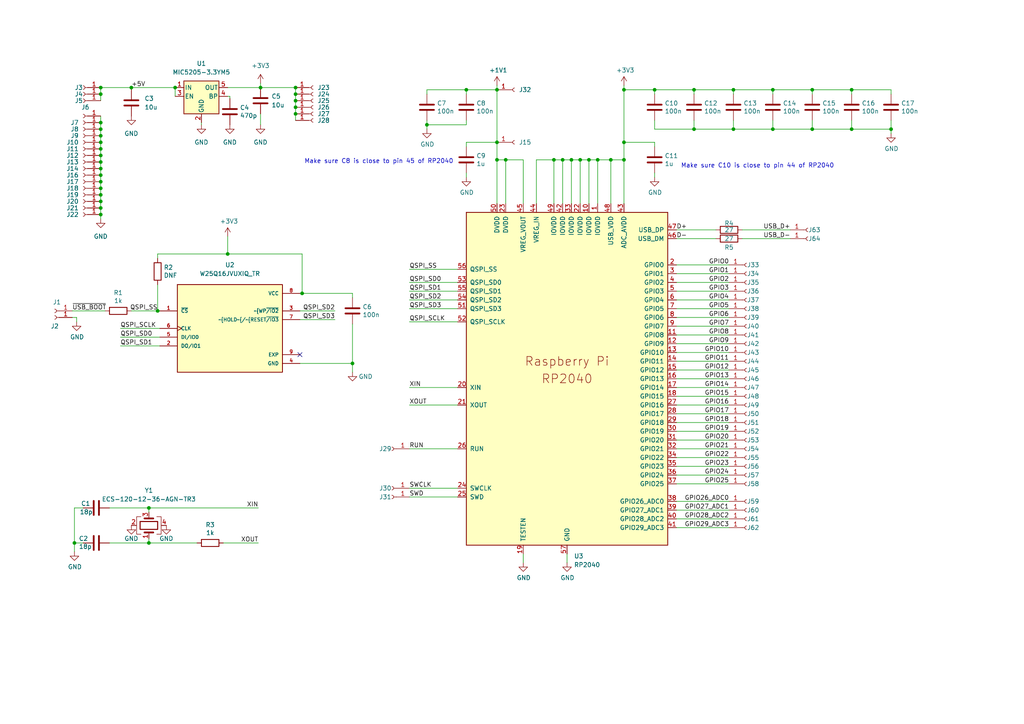
<source format=kicad_sch>
(kicad_sch (version 20211123) (generator eeschema)
  (paper "A4")
  (lib_symbols
    (symbol "Connector:Conn_01x01_Female" (pin_names (offset 1.016) hide)
      (property "Reference" "J" (at 0 2.54 0))
      (property "Value" "Conn_01x01_Female" (at 0 -2.54 0))
      (symbol "Conn_01x01_Female_1_1"
        (polyline (pts (xy -1.27 0) (xy -0.508 0)) (stroke (width 0.1524)))
        (arc (start 0 0.508) (mid -0.508 0) (end 0 -0.508) (stroke (width 0.1524)))
        (pin passive line (at -5.08 0 0) (length 3.81) (name "Pin_1") (number "1"))
      )
    )
    (symbol "Device:C" (pin_numbers hide) (pin_names (offset 0.254))
      (property "Reference" "C" (at 0.635 2.54 0))
      (property "Value" "C" (at 0.635 -2.54 0))
      (symbol "C_0_1"
        (polyline (pts (xy -2.032 -0.762) (xy 2.032 -0.762)) (stroke (width 0.508)))
        (polyline (pts (xy -2.032 0.762) (xy 2.032 0.762)) (stroke (width 0.508)))
      )
      (symbol "C_1_1"
        (pin passive line (at 0 3.81 270) (length 2.794) (name "~") (number "1"))
        (pin passive line (at 0 -3.81 90) (length 2.794) (name "~") (number "2"))
      )
    )
    (symbol "Device:Crystal_GND24" (pin_names (offset 1.016) hide)
      (property "Reference" "Y" (at 3.175 5.08 0))
      (property "Value" "Crystal_GND24" (at 3.175 3.175 0))
      (symbol "Crystal_GND24_0_1"
        (rectangle (start -1.143 2.54) (end 1.143 -2.54) (stroke (width 0.3048)))
        (polyline (pts (xy -2.54 0) (xy -2.032 0)))
        (polyline (pts (xy -2.032 -1.27) (xy -2.032 1.27)) (stroke (width 0.508)))
        (polyline (pts (xy 0 -3.81) (xy 0 -3.556)))
        (polyline (pts (xy 0 3.556) (xy 0 3.81)))
        (polyline (pts (xy 2.032 -1.27) (xy 2.032 1.27)) (stroke (width 0.508)))
        (polyline (pts (xy 2.032 0) (xy 2.54 0)))
        (polyline (pts (xy -2.54 -2.286) (xy -2.54 -3.556) (xy 2.54 -3.556) (xy 2.54 -2.286)))
        (polyline (pts (xy -2.54 2.286) (xy -2.54 3.556) (xy 2.54 3.556) (xy 2.54 2.286)))
      )
      (symbol "Crystal_GND24_1_1"
        (pin passive line (at -3.81 0 0) (length 1.27) (name "1") (number "1"))
        (pin passive line (at 0 5.08 270) (length 1.27) (name "2") (number "2"))
        (pin passive line (at 3.81 0 180) (length 1.27) (name "3") (number "3"))
        (pin passive line (at 0 -5.08 90) (length 1.27) (name "4") (number "4"))
      )
    )
    (symbol "Device:R" (pin_numbers hide) (pin_names (offset 0))
      (property "Reference" "R" (at 2.032 0 90))
      (property "Value" "R" (at 0 0 90))
      (symbol "R_0_1"
        (rectangle (start -1.016 -2.54) (end 1.016 2.54) (stroke (width 0.254)))
      )
      (symbol "R_1_1"
        (pin passive line (at 0 3.81 270) (length 1.27) (name "~") (number "1"))
        (pin passive line (at 0 -3.81 90) (length 1.27) (name "~") (number "2"))
      )
    )
    (symbol "MCU_RaspberryPi_RP2040:RP2040" (pin_names (offset 1.016))
      (property "Reference" "U" (at -29.21 49.53 0))
      (property "Value" "RP2040" (at 24.13 -49.53 0))
      (symbol "RP2040_0_0"
        (text "Raspberry Pi" (at 0 5.08 0) (effects (font (size 2.54 2.54))))
        (text "RP2040" (at 0 0 0) (effects (font (size 2.54 2.54))))
      )
      (symbol "RP2040_0_1"
        (rectangle (start 29.21 48.26) (end -29.21 -48.26) (stroke (width 0.254)) (fill (type background)))
      )
      (symbol "RP2040_1_1"
        (pin power_in line (at 8.89 50.8 270) (length 2.54) (name "IOVDD") (number "1"))
        (pin power_in line (at 6.35 50.8 270) (length 2.54) (name "IOVDD") (number "10"))
        (pin bidirectional line (at 31.75 12.7 180) (length 2.54) (name "GPIO8") (number "11"))
        (pin bidirectional line (at 31.75 10.16 180) (length 2.54) (name "GPIO9") (number "12"))
        (pin bidirectional line (at 31.75 7.62 180) (length 2.54) (name "GPIO10") (number "13"))
        (pin bidirectional line (at 31.75 5.08 180) (length 2.54) (name "GPIO11") (number "14"))
        (pin bidirectional line (at 31.75 2.54 180) (length 2.54) (name "GPIO12") (number "15"))
        (pin bidirectional line (at 31.75 0 180) (length 2.54) (name "GPIO13") (number "16"))
        (pin bidirectional line (at 31.75 -2.54 180) (length 2.54) (name "GPIO14") (number "17"))
        (pin bidirectional line (at 31.75 -5.08 180) (length 2.54) (name "GPIO15") (number "18"))
        (pin passive line (at -12.7 -50.8 90) (length 2.54) (name "TESTEN") (number "19"))
        (pin bidirectional line (at 31.75 33.02 180) (length 2.54) (name "GPIO0") (number "2"))
        (pin input line (at -31.75 -2.54 0) (length 2.54) (name "XIN") (number "20"))
        (pin passive line (at -31.75 -7.62 0) (length 2.54) (name "XOUT") (number "21"))
        (pin power_in line (at 3.81 50.8 270) (length 2.54) (name "IOVDD") (number "22"))
        (pin power_in line (at -17.78 50.8 270) (length 2.54) (name "DVDD") (number "23"))
        (pin output line (at -31.75 -31.75 0) (length 2.54) (name "SWCLK") (number "24"))
        (pin bidirectional line (at -31.75 -34.29 0) (length 2.54) (name "SWD") (number "25"))
        (pin input line (at -31.75 -20.32 0) (length 2.54) (name "RUN") (number "26"))
        (pin bidirectional line (at 31.75 -7.62 180) (length 2.54) (name "GPIO16") (number "27"))
        (pin bidirectional line (at 31.75 -10.16 180) (length 2.54) (name "GPIO17") (number "28"))
        (pin bidirectional line (at 31.75 -12.7 180) (length 2.54) (name "GPIO18") (number "29"))
        (pin bidirectional line (at 31.75 30.48 180) (length 2.54) (name "GPIO1") (number "3"))
        (pin bidirectional line (at 31.75 -15.24 180) (length 2.54) (name "GPIO19") (number "30"))
        (pin bidirectional line (at 31.75 -17.78 180) (length 2.54) (name "GPIO20") (number "31"))
        (pin bidirectional line (at 31.75 -20.32 180) (length 2.54) (name "GPIO21") (number "32"))
        (pin power_in line (at 1.27 50.8 270) (length 2.54) (name "IOVDD") (number "33"))
        (pin bidirectional line (at 31.75 -22.86 180) (length 2.54) (name "GPIO22") (number "34"))
        (pin bidirectional line (at 31.75 -25.4 180) (length 2.54) (name "GPIO23") (number "35"))
        (pin bidirectional line (at 31.75 -27.94 180) (length 2.54) (name "GPIO24") (number "36"))
        (pin bidirectional line (at 31.75 -30.48 180) (length 2.54) (name "GPIO25") (number "37"))
        (pin bidirectional line (at 31.75 -35.56 180) (length 2.54) (name "GPIO26_ADC0") (number "38"))
        (pin bidirectional line (at 31.75 -38.1 180) (length 2.54) (name "GPIO27_ADC1") (number "39"))
        (pin bidirectional line (at 31.75 27.94 180) (length 2.54) (name "GPIO2") (number "4"))
        (pin bidirectional line (at 31.75 -40.64 180) (length 2.54) (name "GPIO28_ADC2") (number "40"))
        (pin bidirectional line (at 31.75 -43.18 180) (length 2.54) (name "GPIO29_ADC3") (number "41"))
        (pin power_in line (at -1.27 50.8 270) (length 2.54) (name "IOVDD") (number "42"))
        (pin power_in line (at 16.51 50.8 270) (length 2.54) (name "ADC_AVDD") (number "43"))
        (pin power_in line (at -8.89 50.8 270) (length 2.54) (name "VREG_IN") (number "44"))
        (pin power_out line (at -12.7 50.8 270) (length 2.54) (name "VREG_VOUT") (number "45"))
        (pin bidirectional line (at 31.75 40.64 180) (length 2.54) (name "USB_DM") (number "46"))
        (pin bidirectional line (at 31.75 43.18 180) (length 2.54) (name "USB_DP") (number "47"))
        (pin power_in line (at 12.7 50.8 270) (length 2.54) (name "USB_VDD") (number "48"))
        (pin power_in line (at -3.81 50.8 270) (length 2.54) (name "IOVDD") (number "49"))
        (pin bidirectional line (at 31.75 25.4 180) (length 2.54) (name "GPIO3") (number "5"))
        (pin power_in line (at -20.32 50.8 270) (length 2.54) (name "DVDD") (number "50"))
        (pin bidirectional line (at -31.75 20.32 0) (length 2.54) (name "QSPI_SD3") (number "51"))
        (pin output line (at -31.75 16.51 0) (length 2.54) (name "QSPI_SCLK") (number "52"))
        (pin bidirectional line (at -31.75 27.94 0) (length 2.54) (name "QSPI_SD0") (number "53"))
        (pin bidirectional line (at -31.75 22.86 0) (length 2.54) (name "QSPI_SD2") (number "54"))
        (pin bidirectional line (at -31.75 25.4 0) (length 2.54) (name "QSPI_SD1") (number "55"))
        (pin bidirectional line (at -31.75 31.75 0) (length 2.54) (name "QSPI_SS") (number "56"))
        (pin power_in line (at 0 -50.8 90) (length 2.54) (name "GND") (number "57"))
        (pin bidirectional line (at 31.75 22.86 180) (length 2.54) (name "GPIO4") (number "6"))
        (pin bidirectional line (at 31.75 20.32 180) (length 2.54) (name "GPIO5") (number "7"))
        (pin bidirectional line (at 31.75 17.78 180) (length 2.54) (name "GPIO6") (number "8"))
        (pin bidirectional line (at 31.75 15.24 180) (length 2.54) (name "GPIO7") (number "9"))
      )
    )
    (symbol "Regulator_Linear:MIC5205-3.3YM5" (pin_names (offset 0.254))
      (property "Reference" "U" (at -3.81 5.715 0))
      (property "Value" "MIC5205-3.3YM5" (at 0 5.715 0))
      (symbol "MIC5205-3.3YM5_0_1"
        (rectangle (start -5.08 4.445) (end 5.08 -5.08) (stroke (width 0.254)) (fill (type background)))
      )
      (symbol "MIC5205-3.3YM5_1_1"
        (pin power_in line (at -7.62 2.54 0) (length 2.54) (name "IN") (number "1"))
        (pin power_in line (at 0 -7.62 90) (length 2.54) (name "GND") (number "2"))
        (pin input line (at -7.62 0 0) (length 2.54) (name "EN") (number "3"))
        (pin input line (at 7.62 0 180) (length 2.54) (name "BP") (number "4"))
        (pin power_out line (at 7.62 2.54 180) (length 2.54) (name "OUT") (number "5"))
      )
    )
    (symbol "W25Q16JVUXIQ_TR:W25Q16JVUXIQ_TR" (pin_names (offset 1.016))
      (property "Reference" "U" (at -15.24 15.24 0))
      (property "Value" "W25Q16JVUXIQ_TR" (at -15.24 -15.24 0))
      (symbol "W25Q16JVUXIQ_TR_0_0"
        (rectangle (start -15.24 -12.7) (end 15.24 12.7) (stroke (width 0.254)) (fill (type background)))
        (pin input line (at -20.32 5.08 0) (length 5.08) (name "~{CS}") (number "1"))
        (pin bidirectional line (at -20.32 -5.08 0) (length 5.08) (name "DO/IO1") (number "2"))
        (pin bidirectional line (at 20.32 5.08 180) (length 5.08) (name "~{WP~{/IO2}") (number "3"))
        (pin power_in line (at 20.32 -10.16 180) (length 5.08) (name "GND") (number "4"))
        (pin bidirectional line (at -20.32 -2.54 0) (length 5.08) (name "DI/IO0") (number "5"))
        (pin input clock (at -20.32 0 0) (length 5.08) (name "CLK") (number "6"))
        (pin bidirectional line (at 20.32 2.54 180) (length 5.08) (name "~{HOLD~{/~{RESET~{/IO3}") (number "7"))
        (pin power_in line (at 20.32 10.16 180) (length 5.08) (name "VCC") (number "8"))
        (pin passive line (at 20.32 -7.62 180) (length 5.08) (name "EXP") (number "9"))
      )
    )
    (symbol "power:+1V1" (power) (pin_names (offset 0))
      (property "Value" "+1V1" (at 0 3.556 0))
      (symbol "+1V1_0_1"
        (polyline (pts (xy -0.762 1.27) (xy 0 2.54)))
        (polyline (pts (xy 0 0) (xy 0 2.54)))
        (polyline (pts (xy 0 2.54) (xy 0.762 1.27)))
      )
      (symbol "+1V1_1_1"
        (pin power_in line (at 0 0 90) (length 0) hide (name "+1V1") (number "1"))
      )
    )
    (symbol "power:+3V3" (power) (pin_names (offset 0))
      (property "Value" "+3V3" (at 0 3.556 0))
      (symbol "+3V3_0_1"
        (polyline (pts (xy -0.762 1.27) (xy 0 2.54)))
        (polyline (pts (xy 0 0) (xy 0 2.54)))
        (polyline (pts (xy 0 2.54) (xy 0.762 1.27)))
      )
      (symbol "+3V3_1_1"
        (pin power_in line (at 0 0 90) (length 0) hide (name "+3V3") (number "1"))
      )
    )
    (symbol "power:GND" (power) (pin_names (offset 0))
      (property "Value" "GND" (at 0 -3.81 0))
      (symbol "GND_0_1"
        (polyline (pts (xy 0 0) (xy 0 -1.27) (xy 1.27 -1.27) (xy 0 -2.54) (xy -1.27 -1.27) (xy 0 -1.27)))
      )
      (symbol "GND_1_1"
        (pin power_in line (at 0 0 270) (length 0) hide (name "GND") (number "1"))
      )
    )
  )
  (junction (at 212.725 26.035))
  (junction (at 50.8 25.4))
  (junction (at 247.015 26.035))
  (junction (at 144.145 41.275))
  (junction (at 75.565 25.4))
  (junction (at 180.975 46.355))
  (junction (at 224.155 26.035))
  (junction (at 212.725 37.465))
  (junction (at 87.63 85.09))
  (junction (at 235.585 37.465))
  (junction (at 29.21 62.23))
  (junction (at 29.21 41.275))
  (junction (at 224.155 37.465))
  (junction (at 85.725 25.4))
  (junction (at 29.21 35.56))
  (junction (at 29.21 25.4))
  (junction (at 29.21 45.085))
  (junction (at 29.21 56.515))
  (junction (at 38.1 25.4))
  (junction (at 85.725 29.21))
  (junction (at 85.725 31.115))
  (junction (at 29.21 46.99))
  (junction (at 160.655 46.355))
  (junction (at 66.04 73.66))
  (junction (at 168.275 46.355))
  (junction (at 201.295 37.465))
  (junction (at 29.21 37.465))
  (junction (at 235.585 26.035))
  (junction (at 43.18 147.32))
  (junction (at 135.255 26.035))
  (junction (at 29.21 43.18))
  (junction (at 146.685 46.355))
  (junction (at 180.975 41.275))
  (junction (at 201.295 26.035))
  (junction (at 170.815 46.355))
  (junction (at 144.145 26.035))
  (junction (at 102.235 105.41))
  (junction (at 29.21 27.305))
  (junction (at 177.165 46.355))
  (junction (at 189.865 26.035))
  (junction (at 29.21 48.895))
  (junction (at 144.145 46.355))
  (junction (at 29.21 54.61))
  (junction (at 29.21 39.37))
  (junction (at 29.21 50.8))
  (junction (at 247.015 37.465))
  (junction (at 29.21 52.705))
  (junction (at 21.59 157.48))
  (junction (at 163.195 46.355))
  (junction (at 85.725 27.305))
  (junction (at 45.72 90.17))
  (junction (at 173.355 46.355))
  (junction (at 165.735 46.355))
  (junction (at 43.18 157.48))
  (junction (at 29.21 60.325))
  (junction (at 123.825 36.195))
  (junction (at 180.975 26.035))
  (junction (at 85.725 33.02))
  (junction (at 258.445 37.465))
  (junction (at 29.21 58.42))
  (no_connect (at 86.995 102.87))
  (wire (pts (xy 170.815 46.355) (xy 173.355 46.355)))
  (wire (pts (xy 196.215 107.315) (xy 211.455 107.315)))
  (wire (pts (xy 163.195 59.055) (xy 163.195 46.355)))
  (wire (pts (xy 123.825 27.305) (xy 123.825 26.035)))
  (wire (pts (xy 235.585 27.305) (xy 235.585 26.035)))
  (wire (pts (xy 224.155 26.035) (xy 235.585 26.035)))
  (wire (pts (xy 196.215 89.535) (xy 211.455 89.535)))
  (wire (pts (xy 151.765 46.355) (xy 146.685 46.355)))
  (wire (pts (xy 201.295 27.305) (xy 201.295 26.035)))
  (wire (pts (xy 102.235 105.41) (xy 102.235 107.95)))
  (wire (pts (xy 29.21 56.515) (xy 29.21 58.42)))
  (wire (pts (xy 196.215 86.995) (xy 211.455 86.995)))
  (wire (pts (xy 132.715 117.475) (xy 118.745 117.475)))
  (wire (pts (xy 29.21 25.4) (xy 29.21 27.305)))
  (wire (pts (xy 123.825 36.195) (xy 135.255 36.195)))
  (wire (pts (xy 75.565 36.195) (xy 75.565 33.02)))
  (wire (pts (xy 196.215 99.695) (xy 211.455 99.695)))
  (wire (pts (xy 123.825 26.035) (xy 135.255 26.035)))
  (wire (pts (xy 58.42 36.195) (xy 58.42 35.56)))
  (wire (pts (xy 135.255 26.035) (xy 144.145 26.035)))
  (wire (pts (xy 22.225 92.075) (xy 22.225 93.345)))
  (wire (pts (xy 86.995 105.41) (xy 102.235 105.41)))
  (wire (pts (xy 165.735 46.355) (xy 168.275 46.355)))
  (wire (pts (xy 38.1 90.17) (xy 45.72 90.17)))
  (wire (pts (xy 258.445 27.305) (xy 258.445 26.035)))
  (wire (pts (xy 180.975 46.355) (xy 180.975 59.055)))
  (wire (pts (xy 45.72 73.66) (xy 66.04 73.66)))
  (wire (pts (xy 258.445 37.465) (xy 258.445 38.735)))
  (wire (pts (xy 196.215 79.375) (xy 211.455 79.375)))
  (wire (pts (xy 132.715 93.345) (xy 118.745 93.345)))
  (wire (pts (xy 189.865 27.305) (xy 189.865 26.035)))
  (wire (pts (xy 45.72 74.93) (xy 45.72 73.66)))
  (wire (pts (xy 173.355 46.355) (xy 177.165 46.355)))
  (wire (pts (xy 155.575 59.055) (xy 155.575 46.355)))
  (wire (pts (xy 247.015 37.465) (xy 258.445 37.465)))
  (wire (pts (xy 196.215 117.475) (xy 211.455 117.475)))
  (wire (pts (xy 85.725 27.305) (xy 85.725 29.21)))
  (wire (pts (xy 132.715 78.105) (xy 118.745 78.105)))
  (wire (pts (xy 189.865 50.165) (xy 189.865 51.435)))
  (wire (pts (xy 196.215 109.855) (xy 211.455 109.855)))
  (wire (pts (xy 85.725 29.21) (xy 85.725 31.115)))
  (wire (pts (xy 45.72 90.17) (xy 46.355 90.17)))
  (wire (pts (xy 196.215 69.215) (xy 207.645 69.215)))
  (wire (pts (xy 247.015 34.925) (xy 247.015 37.465)))
  (wire (pts (xy 86.995 92.71) (xy 97.155 92.71)))
  (wire (pts (xy 196.215 150.495) (xy 211.455 150.495)))
  (wire (pts (xy 189.865 26.035) (xy 201.295 26.035)))
  (wire (pts (xy 20.955 92.075) (xy 22.225 92.075)))
  (wire (pts (xy 66.04 25.4) (xy 75.565 25.4)))
  (wire (pts (xy 180.975 24.765) (xy 180.975 26.035)))
  (wire (pts (xy 29.21 54.61) (xy 29.21 56.515)))
  (wire (pts (xy 75.565 25.4) (xy 85.725 25.4)))
  (wire (pts (xy 29.21 33.655) (xy 29.21 35.56)))
  (wire (pts (xy 29.21 45.085) (xy 29.21 46.99)))
  (wire (pts (xy 180.975 26.035) (xy 180.975 41.275)))
  (wire (pts (xy 235.585 34.925) (xy 235.585 37.465)))
  (wire (pts (xy 24.13 157.48) (xy 21.59 157.48)))
  (wire (pts (xy 102.235 86.36) (xy 102.235 85.09)))
  (wire (pts (xy 87.63 85.09) (xy 102.235 85.09)))
  (wire (pts (xy 29.21 50.8) (xy 29.21 52.705)))
  (wire (pts (xy 212.725 27.305) (xy 212.725 26.035)))
  (wire (pts (xy 155.575 46.355) (xy 160.655 46.355)))
  (wire (pts (xy 29.21 43.18) (xy 29.21 45.085)))
  (wire (pts (xy 196.215 147.955) (xy 211.455 147.955)))
  (wire (pts (xy 38.1 25.4) (xy 38.1 26.035)))
  (wire (pts (xy 43.18 147.32) (xy 74.93 147.32)))
  (wire (pts (xy 201.295 37.465) (xy 189.865 37.465)))
  (wire (pts (xy 135.255 41.275) (xy 144.145 41.275)))
  (wire (pts (xy 151.765 160.655) (xy 151.765 163.195)))
  (wire (pts (xy 180.975 26.035) (xy 189.865 26.035)))
  (wire (pts (xy 29.21 39.37) (xy 29.21 41.275)))
  (wire (pts (xy 173.355 46.355) (xy 173.355 59.055)))
  (wire (pts (xy 196.215 120.015) (xy 211.455 120.015)))
  (wire (pts (xy 29.21 52.705) (xy 29.21 54.61)))
  (wire (pts (xy 196.215 66.675) (xy 207.645 66.675)))
  (wire (pts (xy 21.59 157.48) (xy 21.59 160.02)))
  (wire (pts (xy 196.215 97.155) (xy 211.455 97.155)))
  (wire (pts (xy 75.565 24.13) (xy 75.565 25.4)))
  (wire (pts (xy 168.275 59.055) (xy 168.275 46.355)))
  (wire (pts (xy 87.63 73.66) (xy 87.63 85.09)))
  (wire (pts (xy 177.165 46.355) (xy 180.975 46.355)))
  (wire (pts (xy 168.275 46.355) (xy 170.815 46.355)))
  (wire (pts (xy 29.21 48.895) (xy 29.21 50.8)))
  (wire (pts (xy 34.925 95.25) (xy 46.355 95.25)))
  (wire (pts (xy 196.215 114.935) (xy 211.455 114.935)))
  (wire (pts (xy 43.18 147.32) (xy 43.18 148.59)))
  (wire (pts (xy 163.195 46.355) (xy 165.735 46.355)))
  (wire (pts (xy 247.015 37.465) (xy 235.585 37.465)))
  (wire (pts (xy 180.975 41.275) (xy 189.865 41.275)))
  (wire (pts (xy 135.255 42.545) (xy 135.255 41.275)))
  (wire (pts (xy 196.215 122.555) (xy 211.455 122.555)))
  (wire (pts (xy 164.465 160.655) (xy 164.465 163.195)))
  (wire (pts (xy 247.015 27.305) (xy 247.015 26.035)))
  (wire (pts (xy 212.725 26.035) (xy 224.155 26.035)))
  (wire (pts (xy 38.1 25.4) (xy 50.8 25.4)))
  (wire (pts (xy 85.725 33.02) (xy 85.725 34.925)))
  (wire (pts (xy 64.77 157.48) (xy 74.93 157.48)))
  (wire (pts (xy 212.725 37.465) (xy 201.295 37.465)))
  (wire (pts (xy 29.21 46.99) (xy 29.21 48.895)))
  (wire (pts (xy 196.215 112.395) (xy 211.455 112.395)))
  (wire (pts (xy 160.655 46.355) (xy 163.195 46.355)))
  (wire (pts (xy 196.215 125.095) (xy 211.455 125.095)))
  (wire (pts (xy 235.585 37.465) (xy 224.155 37.465)))
  (wire (pts (xy 196.215 140.335) (xy 211.455 140.335)))
  (wire (pts (xy 66.04 27.94) (xy 66.675 27.94)))
  (wire (pts (xy 196.215 92.075) (xy 211.455 92.075)))
  (wire (pts (xy 132.715 144.145) (xy 118.745 144.145)))
  (wire (pts (xy 196.215 104.775) (xy 211.455 104.775)))
  (wire (pts (xy 66.04 73.66) (xy 87.63 73.66)))
  (wire (pts (xy 43.18 156.21) (xy 43.18 157.48)))
  (wire (pts (xy 144.145 41.275) (xy 144.145 46.355)))
  (wire (pts (xy 160.655 59.055) (xy 160.655 46.355)))
  (wire (pts (xy 118.745 112.395) (xy 132.715 112.395)))
  (wire (pts (xy 135.255 36.195) (xy 135.255 34.925)))
  (wire (pts (xy 118.745 86.995) (xy 132.715 86.995)))
  (wire (pts (xy 215.265 66.675) (xy 229.235 66.675)))
  (wire (pts (xy 85.725 25.4) (xy 85.725 27.305)))
  (wire (pts (xy 196.215 81.915) (xy 211.455 81.915)))
  (wire (pts (xy 29.21 35.56) (xy 29.21 37.465)))
  (wire (pts (xy 189.865 42.545) (xy 189.865 41.275)))
  (wire (pts (xy 102.235 93.98) (xy 102.235 105.41)))
  (wire (pts (xy 196.215 94.615) (xy 211.455 94.615)))
  (wire (pts (xy 258.445 34.925) (xy 258.445 37.465)))
  (wire (pts (xy 118.745 89.535) (xy 132.715 89.535)))
  (wire (pts (xy 118.745 81.915) (xy 132.715 81.915)))
  (wire (pts (xy 196.215 135.255) (xy 211.455 135.255)))
  (wire (pts (xy 66.675 28.575) (xy 66.675 27.94)))
  (wire (pts (xy 135.255 50.165) (xy 135.255 51.435)))
  (wire (pts (xy 215.265 69.215) (xy 229.235 69.215)))
  (wire (pts (xy 29.21 25.4) (xy 38.1 25.4)))
  (wire (pts (xy 146.685 59.055) (xy 146.685 46.355)))
  (wire (pts (xy 224.155 34.925) (xy 224.155 37.465)))
  (wire (pts (xy 132.715 130.175) (xy 118.745 130.175)))
  (wire (pts (xy 196.215 130.175) (xy 211.455 130.175)))
  (wire (pts (xy 212.725 34.925) (xy 212.725 37.465)))
  (wire (pts (xy 31.75 157.48) (xy 43.18 157.48)))
  (wire (pts (xy 151.765 59.055) (xy 151.765 46.355)))
  (wire (pts (xy 21.59 147.32) (xy 21.59 157.48)))
  (wire (pts (xy 29.21 60.325) (xy 29.21 58.42)))
  (wire (pts (xy 165.735 59.055) (xy 165.735 46.355)))
  (wire (pts (xy 144.145 24.765) (xy 144.145 26.035)))
  (wire (pts (xy 85.725 31.115) (xy 85.725 33.02)))
  (wire (pts (xy 46.355 100.33) (xy 34.925 100.33)))
  (wire (pts (xy 224.155 37.465) (xy 212.725 37.465)))
  (wire (pts (xy 20.955 90.17) (xy 30.48 90.17)))
  (wire (pts (xy 144.145 46.355) (xy 144.145 59.055)))
  (wire (pts (xy 66.04 68.58) (xy 66.04 73.66)))
  (wire (pts (xy 118.745 84.455) (xy 132.715 84.455)))
  (wire (pts (xy 123.825 36.195) (xy 123.825 37.465)))
  (wire (pts (xy 29.21 27.305) (xy 29.21 29.21)))
  (wire (pts (xy 189.865 34.925) (xy 189.865 37.465)))
  (wire (pts (xy 196.215 132.715) (xy 211.455 132.715)))
  (wire (pts (xy 144.145 26.035) (xy 144.145 41.275)))
  (wire (pts (xy 146.685 46.355) (xy 144.145 46.355)))
  (wire (pts (xy 86.995 85.09) (xy 87.63 85.09)))
  (wire (pts (xy 135.255 27.305) (xy 135.255 26.035)))
  (wire (pts (xy 196.215 137.795) (xy 211.455 137.795)))
  (wire (pts (xy 132.715 141.605) (xy 118.745 141.605)))
  (wire (pts (xy 29.21 41.275) (xy 29.21 43.18)))
  (wire (pts (xy 123.825 34.925) (xy 123.825 36.195)))
  (wire (pts (xy 46.355 97.79) (xy 34.925 97.79)))
  (wire (pts (xy 196.215 127.635) (xy 211.455 127.635)))
  (wire (pts (xy 196.215 145.415) (xy 211.455 145.415)))
  (wire (pts (xy 177.165 59.055) (xy 177.165 46.355)))
  (wire (pts (xy 29.21 37.465) (xy 29.21 39.37)))
  (wire (pts (xy 180.975 41.275) (xy 180.975 46.355)))
  (wire (pts (xy 170.815 59.055) (xy 170.815 46.355)))
  (wire (pts (xy 196.215 76.835) (xy 211.455 76.835)))
  (wire (pts (xy 50.8 25.4) (xy 50.8 27.94)))
  (wire (pts (xy 224.155 27.305) (xy 224.155 26.035)))
  (wire (pts (xy 201.295 34.925) (xy 201.295 37.465)))
  (wire (pts (xy 29.21 62.23) (xy 29.21 63.5)))
  (wire (pts (xy 45.72 82.55) (xy 45.72 90.17)))
  (wire (pts (xy 196.215 153.035) (xy 211.455 153.035)))
  (wire (pts (xy 43.18 157.48) (xy 57.15 157.48)))
  (wire (pts (xy 201.295 26.035) (xy 212.725 26.035)))
  (wire (pts (xy 235.585 26.035) (xy 247.015 26.035)))
  (wire (pts (xy 29.21 62.23) (xy 29.21 60.325)))
  (wire (pts (xy 86.995 90.17) (xy 97.155 90.17)))
  (wire (pts (xy 196.215 84.455) (xy 211.455 84.455)))
  (wire (pts (xy 196.215 102.235) (xy 211.455 102.235)))
  (wire (pts (xy 31.75 147.32) (xy 43.18 147.32)))
  (wire (pts (xy 24.13 147.32) (xy 21.59 147.32)))
  (wire (pts (xy 247.015 26.035) (xy 258.445 26.035)))
  (text "Make sure C10 is close to pin 44 of RP2040" (at 197.485 48.895 0) (effects (font (size 1.27 1.27)) (justify left bottom)))
  (text "Make sure C8 is close to pin 45 of RP2040" (at 88.265 47.625 0) (effects (font (size 1.27 1.27)) (justify left bottom)))
  (label "QSPI_SD1" (at 34.925 100.33 0))
  (label "XIN" (at 74.93 147.32 180))
  (label "XOUT" (at 74.93 157.48 180))
  (label "GPIO12" (at 211.455 107.315 180))
  (label "GPIO20" (at 211.455 127.635 180))
  (label "GPIO22" (at 211.455 132.715 180))
  (label "SWD" (at 118.745 144.145 0))
  (label "GPIO1" (at 211.455 79.375 180))
  (label "SWCLK" (at 118.745 141.605 0))
  (label "QSPI_SD3" (at 97.155 92.71 180))
  (label "GPIO28_ADC2" (at 211.455 150.495 180))
  (label "+5V" (at 38.1 25.4 0))
  (label "GPIO15" (at 211.455 114.935 180))
  (label "USB_D-" (at 229.235 69.215 180))
  (label "QSPI_SS" (at 45.72 90.17 180))
  (label "QSPI_SD2" (at 118.745 86.995 0))
  (label "QSPI_SCLK" (at 118.745 93.345 0))
  (label "GPIO14" (at 211.455 112.395 180))
  (label "GPIO21" (at 211.455 130.175 180))
  (label "GPIO27_ADC1" (at 211.455 147.955 180))
  (label "GPIO26_ADC0" (at 211.455 145.415 180))
  (label "GPIO11" (at 211.455 104.775 180))
  (label "QSPI_SD2" (at 97.155 90.17 180))
  (label "XIN" (at 118.745 112.395 0))
  (label "GPIO8" (at 211.455 97.155 180))
  (label "GPIO10" (at 211.455 102.235 180))
  (label "USB_D+" (at 229.235 66.675 180))
  (label "GPIO9" (at 211.455 99.695 180))
  (label "XOUT" (at 118.745 117.475 0))
  (label "QSPI_SS" (at 118.745 78.105 0))
  (label "QSPI_SD1" (at 118.745 84.455 0))
  (label "QSPI_SD0" (at 34.925 97.79 0))
  (label "GPIO3" (at 211.455 84.455 180))
  (label "GPIO0" (at 211.455 76.835 180))
  (label "GPIO7" (at 211.455 94.615 180))
  (label "GPIO18" (at 211.455 122.555 180))
  (label "GPIO4" (at 211.455 86.995 180))
  (label "QSPI_SD3" (at 118.745 89.535 0))
  (label "GPIO2" (at 211.455 81.915 180))
  (label "GPIO29_ADC3" (at 211.455 153.035 180))
  (label "RUN" (at 118.745 130.175 0))
  (label "GPIO23" (at 211.455 135.255 180))
  (label "GPIO24" (at 211.455 137.795 180))
  (label "D+" (at 196.215 66.675 0))
  (label "GPIO16" (at 211.455 117.475 180))
  (label "QSPI_SCLK" (at 34.925 95.25 0))
  (label "GPIO13" (at 211.455 109.855 180))
  (label "QSPI_SD0" (at 118.745 81.915 0))
  (label "GPIO6" (at 211.455 92.075 180))
  (label "GPIO5" (at 211.455 89.535 180))
  (label "GPIO25" (at 211.455 140.335 180))
  (label "D-" (at 196.215 69.215 0))
  (label "GPIO17" (at 211.455 120.015 180))
  (label "~{USB_BOOT}" (at 20.955 90.17 0))
  (label "GPIO19" (at 211.455 125.095 180))
  (symbol (lib_id "Connector:Conn_01x01_Female") (at 216.535 132.715 0) (unit 1)
    (property "Reference" "J55" (at 218.44 132.715 0))
    (property "Value" "Conn_01x01_Female" (effects hide))
    (property "Footprint" "BGA_PAD:BGA_PAD" (effects hide))
  )
  (symbol (lib_id "Connector:Conn_01x01_Female") (at 216.535 84.455 0) (unit 1)
    (property "Reference" "J36" (at 218.44 84.455 0))
    (property "Value" "Conn_01x01_Female" (effects hide))
    (property "Footprint" "BGA_PAD:BGA_PAD" (effects hide))
  )
  (symbol (lib_id "Connector:Conn_01x01_Female") (at 216.535 150.495 0) (unit 1)
    (property "Reference" "J61" (at 218.44 150.495 0))
    (property "Value" "Conn_01x01_Female" (effects hide))
    (property "Footprint" "BGA_PAD:BGA_PAD" (effects hide))
  )
  (symbol (lib_id "power:GND") (at 102.235 107.95 0) (unit 1)
    (property "Reference" "#PWR012" (effects hide))
    (property "Value" "GND" (at 106.045 109.22 0))
  )
  (symbol (lib_id "Connector:Conn_01x01_Female") (at 234.315 69.215 0) (unit 1)
    (property "Reference" "J64" (at 236.22 69.215 0))
    (property "Value" "Conn_01x01_Female" (effects hide))
    (property "Footprint" "BGA_PAD:BGA_PAD" (effects hide))
  )
  (symbol (lib_id "Device:C") (at 123.825 31.115 0) (unit 1)
    (property "Reference" "C7" (at 126.746 29.9466 0) (effects (justify left)))
    (property "Value" "100n" (at 126.746 32.258 0) (effects (justify left)))
    (property "Footprint" "Capacitor_SMD:C_0402_1005Metric" (effects hide))
  )
  (symbol (lib_id "Connector:Conn_01x01_Female") (at 216.535 112.395 0) (unit 1)
    (property "Reference" "J47" (at 218.44 112.395 0))
    (property "Value" "Conn_01x01_Female" (effects hide))
    (property "Footprint" "BGA_PAD:BGA_PAD" (effects hide))
  )
  (symbol (lib_id "power:GND") (at 21.59 160.02 0) (unit 1)
    (property "Reference" "#PWR01" (effects hide))
    (property "Value" "GND" (at 21.717 164.4142 0))
  )
  (symbol (lib_id "power:GND") (at 38.1 33.655 0) (unit 1)
    (property "Reference" "#PWR04" (effects hide))
    (property "Value" "GND" (at 38.1 38.735 0))
  )
  (symbol (lib_id "Connector:Conn_01x01_Female") (at 24.13 37.465 180) (unit 1)
    (property "Reference" "J8" (at 22.86 37.4651 0) (effects (justify left)))
    (property "Value" "Conn_01x01_Female" (effects hide))
    (property "Footprint" "BGA_PAD:BGA_PAD" (effects hide))
  )
  (symbol (lib_id "Connector:Conn_01x01_Female") (at 24.13 45.085 180) (unit 1)
    (property "Reference" "J12" (at 22.86 45.0851 0) (effects (justify left)))
    (property "Value" "Conn_01x01_Female" (effects hide))
    (property "Footprint" "BGA_PAD:BGA_PAD" (effects hide))
  )
  (symbol (lib_id "power:GND") (at 123.825 37.465 0) (unit 1)
    (property "Reference" "#PWR013" (effects hide))
    (property "Value" "GND" (at 123.952 41.8592 0))
  )
  (symbol (lib_id "Regulator_Linear:MIC5205-3.3YM5") (at 58.42 27.94 0) (unit 1)
    (property "Reference" "U1" (at 58.42 18.415 0))
    (property "Value" "MIC5205-3.3YM5" (at 58.42 20.955 0))
    (property "Footprint" "Package_TO_SOT_SMD:SOT-23-5" (effects hide))
    (property "Datasheet" "http://ww1.microchip.com/downloads/en/DeviceDoc/20005785A.pdf" (effects hide))
  )
  (symbol (lib_id "Connector:Conn_01x01_Female") (at 216.535 117.475 0) (unit 1)
    (property "Reference" "J49" (at 218.44 117.475 0))
    (property "Value" "Conn_01x01_Female" (effects hide))
    (property "Footprint" "BGA_PAD:BGA_PAD" (effects hide))
  )
  (symbol (lib_id "Connector:Conn_01x01_Female") (at 216.535 140.335 0) (unit 1)
    (property "Reference" "J58" (at 218.44 140.335 0))
    (property "Value" "Conn_01x01_Female" (effects hide))
    (property "Footprint" "BGA_PAD:BGA_PAD" (effects hide))
  )
  (symbol (lib_id "Connector:Conn_01x01_Female") (at 216.535 120.015 0) (unit 1)
    (property "Reference" "J50" (at 218.44 120.015 0))
    (property "Value" "Conn_01x01_Female" (effects hide))
    (property "Footprint" "BGA_PAD:BGA_PAD" (effects hide))
  )
  (symbol (lib_id "Connector:Conn_01x01_Female") (at 24.13 29.21 180) (unit 1)
    (property "Reference" "J5" (at 22.86 29.21 0))
    (property "Value" "Conn_01x01_Female" (effects hide))
    (property "Footprint" "BGA_PAD:BGA_PAD" (effects hide))
  )
  (symbol (lib_id "Device:C") (at 189.865 46.355 0) (unit 1)
    (property "Reference" "C11" (at 192.786 45.1866 0) (effects (justify left)))
    (property "Value" "1u" (at 192.786 47.498 0) (effects (justify left)))
    (property "Footprint" "Capacitor_SMD:C_0402_1005Metric" (effects hide))
  )
  (symbol (lib_id "Device:R") (at 211.455 69.215 270) (unit 1)
    (property "Reference" "R5" (at 211.455 71.755 90))
    (property "Value" "27" (at 211.455 69.215 90))
    (property "Footprint" "Resistor_SMD:R_0402_1005Metric" (effects hide))
  )
  (symbol (lib_id "Device:C") (at 75.565 29.21 0) (unit 1)
    (property "Reference" "C5" (at 78.74 27.9399 0) (effects (justify left)))
    (property "Value" "10u" (at 78.74 30.4799 0) (effects (justify left)))
    (property "Footprint" "Capacitor_SMD:C_0402_1005Metric" (effects hide))
  )
  (symbol (lib_id "Device:R") (at 60.96 157.48 270) (unit 1)
    (property "Reference" "R3" (at 60.96 152.2222 90))
    (property "Value" "1k" (at 60.96 154.5336 90))
    (property "Footprint" "Resistor_SMD:R_0402_1005Metric" (effects hide))
  )
  (symbol (lib_id "Device:C") (at 27.94 157.48 270) (unit 1)
    (property "Reference" "C2" (at 22.86 156.21 90) (effects (justify left)))
    (property "Value" "18p" (at 22.86 158.5214 90) (effects (justify left)))
    (property "Footprint" "Capacitor_SMD:C_0402_1005Metric" (effects hide))
  )
  (symbol (lib_id "Device:C") (at 135.255 31.115 0) (unit 1)
    (property "Reference" "C8" (at 138.176 29.9466 0) (effects (justify left)))
    (property "Value" "100n" (at 138.176 32.258 0) (effects (justify left)))
    (property "Footprint" "Capacitor_SMD:C_0402_1005Metric" (effects hide))
  )
  (symbol (lib_id "Device:R") (at 211.455 66.675 270) (unit 1)
    (property "Reference" "R4" (at 211.455 64.77 90))
    (property "Value" "27" (at 211.455 66.675 90))
    (property "Footprint" "Resistor_SMD:R_0402_1005Metric" (effects hide))
  )
  (symbol (lib_id "Connector:Conn_01x01_Female") (at 216.535 127.635 0) (unit 1)
    (property "Reference" "J53" (at 218.44 127.635 0))
    (property "Value" "Conn_01x01_Female" (effects hide))
    (property "Footprint" "BGA_PAD:BGA_PAD" (effects hide))
  )
  (symbol (lib_id "Connector:Conn_01x01_Female") (at 216.535 135.255 0) (unit 1)
    (property "Reference" "J56" (at 218.44 135.255 0))
    (property "Value" "Conn_01x01_Female" (effects hide))
    (property "Footprint" "BGA_PAD:BGA_PAD" (effects hide))
  )
  (symbol (lib_id "Connector:Conn_01x01_Female") (at 24.13 56.515 180) (unit 1)
    (property "Reference" "J19" (at 22.86 56.5151 0) (effects (justify left)))
    (property "Value" "Conn_01x01_Female" (effects hide))
    (property "Footprint" "BGA_PAD:BGA_PAD" (effects hide))
  )
  (symbol (lib_id "Connector:Conn_01x01_Female") (at 216.535 79.375 0) (unit 1)
    (property "Reference" "J34" (at 218.44 79.375 0))
    (property "Value" "Conn_01x01_Female" (effects hide))
    (property "Footprint" "BGA_PAD:BGA_PAD" (effects hide))
  )
  (symbol (lib_id "Connector:Conn_01x01_Female") (at 24.13 54.61 180) (unit 1)
    (property "Reference" "J18" (at 22.86 54.6101 0) (effects (justify left)))
    (property "Value" "Conn_01x01_Female" (effects hide))
    (property "Footprint" "BGA_PAD:BGA_PAD" (effects hide))
  )
  (symbol (lib_id "Connector:Conn_01x01_Female") (at 24.13 48.895 180) (unit 1)
    (property "Reference" "J14" (at 22.86 48.8951 0) (effects (justify left)))
    (property "Value" "Conn_01x01_Female" (effects hide))
    (property "Footprint" "BGA_PAD:BGA_PAD" (effects hide))
  )
  (symbol (lib_id "Connector:Conn_01x01_Female") (at 149.225 41.275 0) (unit 1)
    (property "Reference" "J15" (at 150.495 41.2749 0) (effects (justify left)))
    (property "Value" "Conn_01x01_Female" (effects hide))
    (property "Footprint" "BGA_PAD:BGA_PAD" (effects hide))
  )
  (symbol (lib_id "power:GND") (at 58.42 36.195 0) (unit 1)
    (property "Reference" "#PWR07" (effects hide))
    (property "Value" "GND" (at 58.42 41.275 0))
  )
  (symbol (lib_id "power:+3V3") (at 66.04 68.58 0) (unit 1)
    (property "Reference" "#PWR08" (effects hide))
    (property "Value" "+3V3" (at 66.421 64.1858 0))
  )
  (symbol (lib_id "Connector:Conn_01x01_Female") (at 24.13 33.655 180) (unit 1)
    (property "Reference" "J6" (at 24.765 31.115 0))
    (property "Value" "Conn_01x01_Female" (effects hide))
    (property "Footprint" "BGA_PAD:BGA_PAD" (effects hide))
  )
  (symbol (lib_id "Connector:Conn_01x01_Female") (at 216.535 137.795 0) (unit 1)
    (property "Reference" "J57" (at 218.44 137.795 0))
    (property "Value" "Conn_01x01_Female" (effects hide))
    (property "Footprint" "BGA_PAD:BGA_PAD" (effects hide))
  )
  (symbol (lib_id "power:GND") (at 135.255 51.435 0) (unit 1)
    (property "Reference" "#PWR014" (effects hide))
    (property "Value" "GND" (at 135.382 55.8292 0))
  )
  (symbol (lib_id "Connector:Conn_01x01_Female") (at 216.535 92.075 0) (unit 1)
    (property "Reference" "J39" (at 218.44 92.075 0))
    (property "Value" "Conn_01x01_Female" (effects hide))
    (property "Footprint" "BGA_PAD:BGA_PAD" (effects hide))
  )
  (symbol (lib_id "power:GND") (at 38.1 152.4 0) (unit 1)
    (property "Reference" "#PWR05" (effects hide))
    (property "Value" "GND" (at 38.1 156.21 0))
  )
  (symbol (lib_id "Connector:Conn_01x01_Female") (at 24.13 25.4 180) (unit 1)
    (property "Reference" "J3" (at 22.86 25.4 0))
    (property "Value" "Conn_01x01_Female" (effects hide))
    (property "Footprint" "BGA_PAD:BGA_PAD" (effects hide))
  )
  (symbol (lib_id "Connector:Conn_01x01_Female") (at 24.13 50.8 180) (unit 1)
    (property "Reference" "J16" (at 22.86 50.8001 0) (effects (justify left)))
    (property "Value" "Conn_01x01_Female" (effects hide))
    (property "Footprint" "BGA_PAD:BGA_PAD" (effects hide))
  )
  (symbol (lib_id "Connector:Conn_01x01_Female") (at 90.805 29.21 0) (unit 1)
    (property "Reference" "J25" (at 92.075 29.2099 0) (effects (justify left)))
    (property "Value" "Conn_01x01_Female" (effects hide))
    (property "Footprint" "BGA_PAD:BGA_PAD" (effects hide))
  )
  (symbol (lib_id "Device:Crystal_GND24") (at 43.18 152.4 90) (unit 1)
    (property "Reference" "Y1" (at 43.18 142.24 90))
    (property "Value" "ECS-120-12-36-AGN-TR3" (at 43.18 144.78 90))
    (property "Footprint" "Crystal:Crystal_SMD_2520-4Pin_2.5x2.0mm" (effects hide))
  )
  (symbol (lib_id "Connector:Conn_01x01_Female") (at 113.665 130.175 180) (unit 1)
    (property "Reference" "J29" (at 111.76 130.175 0))
    (property "Value" "Conn_01x01_Female" (effects hide))
    (property "Footprint" "BGA_PAD:BGA_PAD" (effects hide))
  )
  (symbol (lib_id "Connector:Conn_01x01_Female") (at 24.13 35.56 180) (unit 1)
    (property "Reference" "J7" (at 22.86 35.5601 0) (effects (justify left)))
    (property "Value" "Conn_01x01_Female" (effects hide))
    (property "Footprint" "BGA_PAD:BGA_PAD" (effects hide))
  )
  (symbol (lib_id "Device:C") (at 102.235 90.17 0) (unit 1)
    (property "Reference" "C6" (at 105.156 89.0016 0) (effects (justify left)))
    (property "Value" "100n" (at 105.156 91.313 0) (effects (justify left)))
    (property "Footprint" "Capacitor_SMD:C_0402_1005Metric" (effects hide))
  )
  (symbol (lib_id "Connector:Conn_01x01_Female") (at 216.535 114.935 0) (unit 1)
    (property "Reference" "J48" (at 218.44 114.935 0))
    (property "Value" "Conn_01x01_Female" (effects hide))
    (property "Footprint" "BGA_PAD:BGA_PAD" (effects hide))
  )
  (symbol (lib_id "Connector:Conn_01x01_Female") (at 24.13 46.99 180) (unit 1)
    (property "Reference" "J13" (at 22.86 46.9901 0) (effects (justify left)))
    (property "Value" "Conn_01x01_Female" (effects hide))
    (property "Footprint" "BGA_PAD:BGA_PAD" (effects hide))
  )
  (symbol (lib_id "Connector:Conn_01x01_Female") (at 90.805 33.02 0) (unit 1)
    (property "Reference" "J27" (at 92.075 33.0199 0) (effects (justify left)))
    (property "Value" "Conn_01x01_Female" (effects hide))
    (property "Footprint" "BGA_PAD:BGA_PAD" (effects hide))
  )
  (symbol (lib_id "power:GND") (at 29.21 63.5 0) (unit 1)
    (property "Reference" "#PWR03" (effects hide))
    (property "Value" "GND" (at 29.21 68.58 0))
  )
  (symbol (lib_id "power:GND") (at 164.465 163.195 0) (unit 1)
    (property "Reference" "#PWR017" (effects hide))
    (property "Value" "GND" (at 164.592 167.5892 0))
  )
  (symbol (lib_id "Connector:Conn_01x01_Female") (at 90.805 27.305 0) (unit 1)
    (property "Reference" "J24" (at 92.075 27.3049 0) (effects (justify left)))
    (property "Value" "Conn_01x01_Female" (effects hide))
    (property "Footprint" "BGA_PAD:BGA_PAD" (effects hide))
  )
  (symbol (lib_id "Connector:Conn_01x01_Female") (at 90.805 31.115 0) (unit 1)
    (property "Reference" "J26" (at 92.075 31.1149 0) (effects (justify left)))
    (property "Value" "Conn_01x01_Female" (effects hide))
    (property "Footprint" "BGA_PAD:BGA_PAD" (effects hide))
  )
  (symbol (lib_id "Device:C") (at 212.725 31.115 0) (unit 1)
    (property "Reference" "C13" (at 215.646 29.9466 0) (effects (justify left)))
    (property "Value" "100n" (at 215.646 32.258 0) (effects (justify left)))
    (property "Footprint" "Capacitor_SMD:C_0402_1005Metric" (effects hide))
  )
  (symbol (lib_id "Connector:Conn_01x01_Female") (at 216.535 104.775 0) (unit 1)
    (property "Reference" "J44" (at 218.44 104.775 0))
    (property "Value" "Conn_01x01_Female" (effects hide))
    (property "Footprint" "BGA_PAD:BGA_PAD" (effects hide))
  )
  (symbol (lib_id "power:GND") (at 66.675 36.195 0) (unit 1)
    (property "Reference" "#PWR09" (effects hide))
    (property "Value" "GND" (at 66.675 41.275 0))
  )
  (symbol (lib_id "Connector:Conn_01x01_Female") (at 216.535 102.235 0) (unit 1)
    (property "Reference" "J43" (at 218.44 102.235 0))
    (property "Value" "Conn_01x01_Female" (effects hide))
    (property "Footprint" "BGA_PAD:BGA_PAD" (effects hide))
  )
  (symbol (lib_id "Device:C") (at 258.445 31.115 0) (unit 1)
    (property "Reference" "C17" (at 261.366 29.9466 0) (effects (justify left)))
    (property "Value" "100n" (at 261.366 32.258 0) (effects (justify left)))
    (property "Footprint" "Capacitor_SMD:C_0402_1005Metric" (effects hide))
  )
  (symbol (lib_id "Device:C") (at 247.015 31.115 0) (unit 1)
    (property "Reference" "C16" (at 249.936 29.9466 0) (effects (justify left)))
    (property "Value" "100n" (at 249.936 32.258 0) (effects (justify left)))
    (property "Footprint" "Capacitor_SMD:C_0402_1005Metric" (effects hide))
  )
  (symbol (lib_id "power:GND") (at 151.765 163.195 0) (unit 1)
    (property "Reference" "#PWR016" (effects hide))
    (property "Value" "GND" (at 151.892 167.5892 0))
  )
  (symbol (lib_id "Connector:Conn_01x01_Female") (at 24.13 52.705 180) (unit 1)
    (property "Reference" "J17" (at 22.86 52.7051 0) (effects (justify left)))
    (property "Value" "Conn_01x01_Female" (effects hide))
    (property "Footprint" "BGA_PAD:BGA_PAD" (effects hide))
  )
  (symbol (lib_id "power:GND") (at 22.225 93.345 0) (unit 1)
    (property "Reference" "#PWR02" (effects hide))
    (property "Value" "GND" (at 22.352 97.7392 0))
  )
  (symbol (lib_id "Connector:Conn_01x01_Female") (at 216.535 122.555 0) (unit 1)
    (property "Reference" "J51" (at 218.44 122.555 0))
    (property "Value" "Conn_01x01_Female" (effects hide))
    (property "Footprint" "BGA_PAD:BGA_PAD" (effects hide))
  )
  (symbol (lib_id "Connector:Conn_01x01_Female") (at 15.875 90.17 180) (unit 1)
    (property "Reference" "J1" (at 16.51 87.63 0))
    (property "Value" "Conn_01x01_Female" (effects hide))
    (property "Footprint" "BGA_PAD:BGA_PAD" (effects hide))
  )
  (symbol (lib_id "Device:C") (at 189.865 31.115 0) (unit 1)
    (property "Reference" "C10" (at 192.786 29.9466 0) (effects (justify left)))
    (property "Value" "100n" (at 192.786 32.258 0) (effects (justify left)))
    (property "Footprint" "Capacitor_SMD:C_0402_1005Metric" (effects hide))
  )
  (symbol (lib_id "W25Q16JVUXIQ_TR:W25Q16JVUXIQ_TR") (at 66.675 95.25 0) (unit 1)
    (property "Reference" "U2" (at 66.675 76.835 0))
    (property "Value" "W25Q16JVUXIQ_TR" (at 66.675 79.375 0))
    (property "Footprint" "W25Q16JVUXIQ_TR:IC_W25Q16JVUXIQ_TR" (effects hide))
    (property "SNAPEDA_PN" "W25Q16JVUXIQ TR" (effects hide))
    (property "STANDARD" "Manufacturer Recommendations" (effects hide))
    (property "MAXIMUM_PACKAGE_HEIGHT" "0.60mm" (effects hide))
    (property "MANUFACTURER" "Winbond" (effects hide))
    (property "PARTREV" "H" (effects hide))
  )
  (symbol (lib_id "Connector:Conn_01x01_Female") (at 24.13 62.23 180) (unit 1)
    (property "Reference" "J22" (at 22.86 62.2301 0) (effects (justify left)))
    (property "Value" "Conn_01x01_Female" (effects hide))
    (property "Footprint" "BGA_PAD:BGA_PAD" (effects hide))
  )
  (symbol (lib_id "Connector:Conn_01x01_Female") (at 149.225 26.035 0) (unit 1)
    (property "Reference" "J32" (at 150.495 26.0349 0) (effects (justify left)))
    (property "Value" "Conn_01x01_Female" (effects hide))
    (property "Footprint" "BGA_PAD:BGA_PAD" (effects hide))
  )
  (symbol (lib_id "Connector:Conn_01x01_Female") (at 24.13 43.18 180) (unit 1)
    (property "Reference" "J11" (at 22.86 43.1801 0) (effects (justify left)))
    (property "Value" "Conn_01x01_Female" (effects hide))
    (property "Footprint" "BGA_PAD:BGA_PAD" (effects hide))
  )
  (symbol (lib_id "Device:C") (at 38.1 29.845 0) (unit 1)
    (property "Reference" "C3" (at 41.91 28.5749 0) (effects (justify left)))
    (property "Value" "10u" (at 41.91 31.1149 0) (effects (justify left)))
    (property "Footprint" "Capacitor_SMD:C_0603_1608Metric" (effects hide))
  )
  (symbol (lib_id "Device:C") (at 224.155 31.115 0) (unit 1)
    (property "Reference" "C14" (at 227.076 29.9466 0) (effects (justify left)))
    (property "Value" "100n" (at 227.076 32.258 0) (effects (justify left)))
    (property "Footprint" "Capacitor_SMD:C_0402_1005Metric" (effects hide))
  )
  (symbol (lib_id "Connector:Conn_01x01_Female") (at 15.875 92.075 180) (unit 1)
    (property "Reference" "J2" (at 15.875 94.615 0))
    (property "Value" "Conn_01x01_Female" (effects hide))
    (property "Footprint" "BGA_PAD:BGA_PAD" (effects hide))
  )
  (symbol (lib_id "power:GND") (at 48.26 152.4 0) (unit 1)
    (property "Reference" "#PWR06" (effects hide))
    (property "Value" "GND" (at 48.26 156.21 0))
  )
  (symbol (lib_id "Connector:Conn_01x01_Female") (at 216.535 97.155 0) (unit 1)
    (property "Reference" "J41" (at 218.44 97.155 0))
    (property "Value" "Conn_01x01_Female" (effects hide))
    (property "Footprint" "BGA_PAD:BGA_PAD" (effects hide))
  )
  (symbol (lib_id "Device:C") (at 27.94 147.32 270) (unit 1)
    (property "Reference" "C1" (at 23.495 146.05 90) (effects (justify left)))
    (property "Value" "18p" (at 23.114 148.4884 90) (effects (justify left)))
    (property "Footprint" "Capacitor_SMD:C_0402_1005Metric" (effects hide))
  )
  (symbol (lib_id "Device:R") (at 34.29 90.17 270) (unit 1)
    (property "Reference" "R1" (at 34.29 84.9122 90))
    (property "Value" "1k" (at 34.29 87.2236 90))
    (property "Footprint" "Resistor_SMD:R_0402_1005Metric" (effects hide))
  )
  (symbol (lib_id "Connector:Conn_01x01_Female") (at 24.13 27.305 180) (unit 1)
    (property "Reference" "J4" (at 22.86 27.305 0))
    (property "Value" "Conn_01x01_Female" (effects hide))
    (property "Footprint" "BGA_PAD:BGA_PAD" (effects hide))
  )
  (symbol (lib_id "Connector:Conn_01x01_Female") (at 24.13 58.42 180) (unit 1)
    (property "Reference" "J20" (at 22.86 58.4201 0) (effects (justify left)))
    (property "Value" "Conn_01x01_Female" (effects hide))
    (property "Footprint" "BGA_PAD:BGA_PAD" (effects hide))
  )
  (symbol (lib_id "Connector:Conn_01x01_Female") (at 24.13 41.275 180) (unit 1)
    (property "Reference" "J10" (at 22.86 41.2751 0) (effects (justify left)))
    (property "Value" "Conn_01x01_Female" (effects hide))
    (property "Footprint" "BGA_PAD:BGA_PAD" (effects hide))
  )
  (symbol (lib_id "Connector:Conn_01x01_Female") (at 216.535 130.175 0) (unit 1)
    (property "Reference" "J54" (at 218.44 130.175 0))
    (property "Value" "Conn_01x01_Female" (effects hide))
    (property "Footprint" "BGA_PAD:BGA_PAD" (effects hide))
  )
  (symbol (lib_id "Connector:Conn_01x01_Female") (at 113.665 141.605 180) (unit 1)
    (property "Reference" "J30" (at 111.76 141.605 0))
    (property "Value" "Conn_01x01_Female" (effects hide))
    (property "Footprint" "BGA_PAD:BGA_PAD" (effects hide))
  )
  (symbol (lib_id "Connector:Conn_01x01_Female") (at 216.535 147.955 0) (unit 1)
    (property "Reference" "J60" (at 218.44 147.955 0))
    (property "Value" "Conn_01x01_Female" (effects hide))
    (property "Footprint" "BGA_PAD:BGA_PAD" (effects hide))
  )
  (symbol (lib_id "Device:C") (at 235.585 31.115 0) (unit 1)
    (property "Reference" "C15" (at 238.506 29.9466 0) (effects (justify left)))
    (property "Value" "100n" (at 238.506 32.258 0) (effects (justify left)))
    (property "Footprint" "Capacitor_SMD:C_0402_1005Metric" (effects hide))
  )
  (symbol (lib_id "power:GND") (at 189.865 51.435 0) (unit 1)
    (property "Reference" "#PWR019" (effects hide))
    (property "Value" "GND" (at 189.992 55.8292 0))
  )
  (symbol (lib_id "Device:C") (at 66.675 32.385 0) (unit 1)
    (property "Reference" "C4" (at 69.596 31.2166 0) (effects (justify left)))
    (property "Value" "470p" (at 69.596 33.528 0) (effects (justify left)))
    (property "Footprint" "Capacitor_SMD:C_0402_1005Metric" (effects hide))
  )
  (symbol (lib_id "Connector:Conn_01x01_Female") (at 216.535 125.095 0) (unit 1)
    (property "Reference" "J52" (at 218.44 125.095 0))
    (property "Value" "Conn_01x01_Female" (effects hide))
    (property "Footprint" "BGA_PAD:BGA_PAD" (effects hide))
  )
  (symbol (lib_id "MCU_RaspberryPi_RP2040:RP2040") (at 164.465 109.855 0) (unit 1)
    (property "Reference" "U3" (at 166.4844 161.29 0) (effects (justify left)))
    (property "Value" "RP2040" (at 166.4844 163.83 0) (effects (justify left)))
    (property "Footprint" "RP2040:RP2040-QFN-56" (effects hide))
  )
  (symbol (lib_id "Connector:Conn_01x01_Female") (at 216.535 81.915 0) (unit 1)
    (property "Reference" "J35" (at 218.44 81.915 0))
    (property "Value" "Conn_01x01_Female" (effects hide))
    (property "Footprint" "BGA_PAD:BGA_PAD" (effects hide))
  )
  (symbol (lib_id "power:+1V1") (at 144.145 24.765 0) (unit 1)
    (property "Reference" "#PWR015" (effects hide))
    (property "Value" "+1V1" (at 144.526 20.3708 0))
  )
  (symbol (lib_id "Connector:Conn_01x01_Female") (at 24.13 39.37 180) (unit 1)
    (property "Reference" "J9" (at 22.86 39.3701 0) (effects (justify left)))
    (property "Value" "Conn_01x01_Female" (effects hide))
    (property "Footprint" "BGA_PAD:BGA_PAD" (effects hide))
  )
  (symbol (lib_id "Connector:Conn_01x01_Female") (at 216.535 145.415 0) (unit 1)
    (property "Reference" "J59" (at 218.44 145.415 0))
    (property "Value" "Conn_01x01_Female" (effects hide))
    (property "Footprint" "BGA_PAD:BGA_PAD" (effects hide))
  )
  (symbol (lib_id "Connector:Conn_01x01_Female") (at 216.535 76.835 0) (unit 1)
    (property "Reference" "J33" (at 218.44 76.835 0))
    (property "Value" "Conn_01x01_Female" (effects hide))
    (property "Footprint" "BGA_PAD:BGA_PAD" (effects hide))
  )
  (symbol (lib_id "Connector:Conn_01x01_Female") (at 90.805 34.925 0) (unit 1)
    (property "Reference" "J28" (at 92.075 34.9249 0) (effects (justify left)))
    (property "Value" "Conn_01x01_Female" (effects hide))
    (property "Footprint" "BGA_PAD:BGA_PAD" (effects hide))
  )
  (symbol (lib_id "Device:C") (at 201.295 31.115 0) (unit 1)
    (property "Reference" "C12" (at 204.216 29.9466 0) (effects (justify left)))
    (property "Value" "100n" (at 204.216 32.258 0) (effects (justify left)))
    (property "Footprint" "Capacitor_SMD:C_0402_1005Metric" (effects hide))
  )
  (symbol (lib_id "Connector:Conn_01x01_Female") (at 113.665 144.145 180) (unit 1)
    (property "Reference" "J31" (at 111.76 144.145 0))
    (property "Value" "Conn_01x01_Female" (effects hide))
    (property "Footprint" "BGA_PAD:BGA_PAD" (effects hide))
  )
  (symbol (lib_id "Connector:Conn_01x01_Female") (at 216.535 94.615 0) (unit 1)
    (property "Reference" "J40" (at 218.44 94.615 0))
    (property "Value" "Conn_01x01_Female" (effects hide))
    (property "Footprint" "BGA_PAD:BGA_PAD" (effects hide))
  )
  (symbol (lib_id "power:+3V3") (at 75.565 24.13 0) (unit 1)
    (property "Reference" "#PWR010" (effects hide))
    (property "Value" "+3V3" (at 75.565 19.05 0))
  )
  (symbol (lib_id "Device:C") (at 135.255 46.355 0) (unit 1)
    (property "Reference" "C9" (at 138.176 45.1866 0) (effects (justify left)))
    (property "Value" "1u" (at 138.176 47.498 0) (effects (justify left)))
    (property "Footprint" "Capacitor_SMD:C_0402_1005Metric" (effects hide))
  )
  (symbol (lib_id "Connector:Conn_01x01_Female") (at 216.535 153.035 0) (unit 1)
    (property "Reference" "J62" (at 218.44 153.035 0))
    (property "Value" "Conn_01x01_Female" (effects hide))
    (property "Footprint" "BGA_PAD:BGA_PAD" (effects hide))
  )
  (symbol (lib_id "Connector:Conn_01x01_Female") (at 216.535 86.995 0) (unit 1)
    (property "Reference" "J37" (at 218.44 86.995 0))
    (property "Value" "Conn_01x01_Female" (effects hide))
    (property "Footprint" "BGA_PAD:BGA_PAD" (effects hide))
  )
  (symbol (lib_id "power:+3V3") (at 180.975 24.765 0) (unit 1)
    (property "Reference" "#PWR018" (effects hide))
    (property "Value" "+3V3" (at 181.356 20.3708 0))
  )
  (symbol (lib_id "Connector:Conn_01x01_Female") (at 234.315 66.675 0) (unit 1)
    (property "Reference" "J63" (at 236.22 66.675 0))
    (property "Value" "Conn_01x01_Female" (effects hide))
    (property "Footprint" "BGA_PAD:BGA_PAD" (effects hide))
  )
  (symbol (lib_id "Connector:Conn_01x01_Female") (at 216.535 89.535 0) (unit 1)
    (property "Reference" "J38" (at 218.44 89.535 0))
    (property "Value" "Conn_01x01_Female" (effects hide))
    (property "Footprint" "BGA_PAD:BGA_PAD" (effects hide))
  )
  (symbol (lib_id "Device:R") (at 45.72 78.74 0) (unit 1)
    (property "Reference" "R2" (at 47.498 77.5716 0) (effects (justify left)))
    (property "Value" "DNF" (at 47.498 79.883 0) (effects (justify left)))
    (property "Footprint" "Resistor_SMD:R_0402_1005Metric" (effects hide))
  )
  (symbol (lib_id "Connector:Conn_01x01_Female") (at 216.535 99.695 0) (unit 1)
    (property "Reference" "J42" (at 218.44 99.695 0))
    (property "Value" "Conn_01x01_Female" (effects hide))
    (property "Footprint" "BGA_PAD:BGA_PAD" (effects hide))
  )
  (symbol (lib_id "power:GND") (at 75.565 36.195 0) (unit 1)
    (property "Reference" "#PWR011" (effects hide))
    (property "Value" "GND" (at 75.565 41.275 0))
  )
  (symbol (lib_id "Connector:Conn_01x01_Female") (at 24.13 60.325 180) (unit 1)
    (property "Reference" "J21" (at 22.86 60.3251 0) (effects (justify left)))
    (property "Value" "Conn_01x01_Female" (effects hide))
    (property "Footprint" "BGA_PAD:BGA_PAD" (effects hide))
  )
  (symbol (lib_id "power:GND") (at 258.445 38.735 0) (unit 1)
    (property "Reference" "#PWR020" (effects hide))
    (property "Value" "GND" (at 258.572 43.1292 0))
  )
  (symbol (lib_id "Connector:Conn_01x01_Female") (at 216.535 109.855 0) (unit 1)
    (property "Reference" "J46" (at 218.44 109.855 0))
    (property "Value" "Conn_01x01_Female" (effects hide))
    (property "Footprint" "BGA_PAD:BGA_PAD" (effects hide))
  )
  (symbol (lib_id "Connector:Conn_01x01_Female") (at 216.535 107.315 0) (unit 1)
    (property "Reference" "J45" (at 218.44 107.315 0))
    (property "Value" "Conn_01x01_Female" (effects hide))
    (property "Footprint" "BGA_PAD:BGA_PAD" (effects hide))
  )
  (symbol (lib_id "Connector:Conn_01x01_Female") (at 90.805 25.4 0) (unit 1)
    (property "Reference" "J23" (at 92.075 25.3999 0) (effects (justify left)))
    (property "Value" "Conn_01x01_Female" (effects hide))
    (property "Footprint" "BGA_PAD:BGA_PAD" (effects hide))
  )
)
</source>
